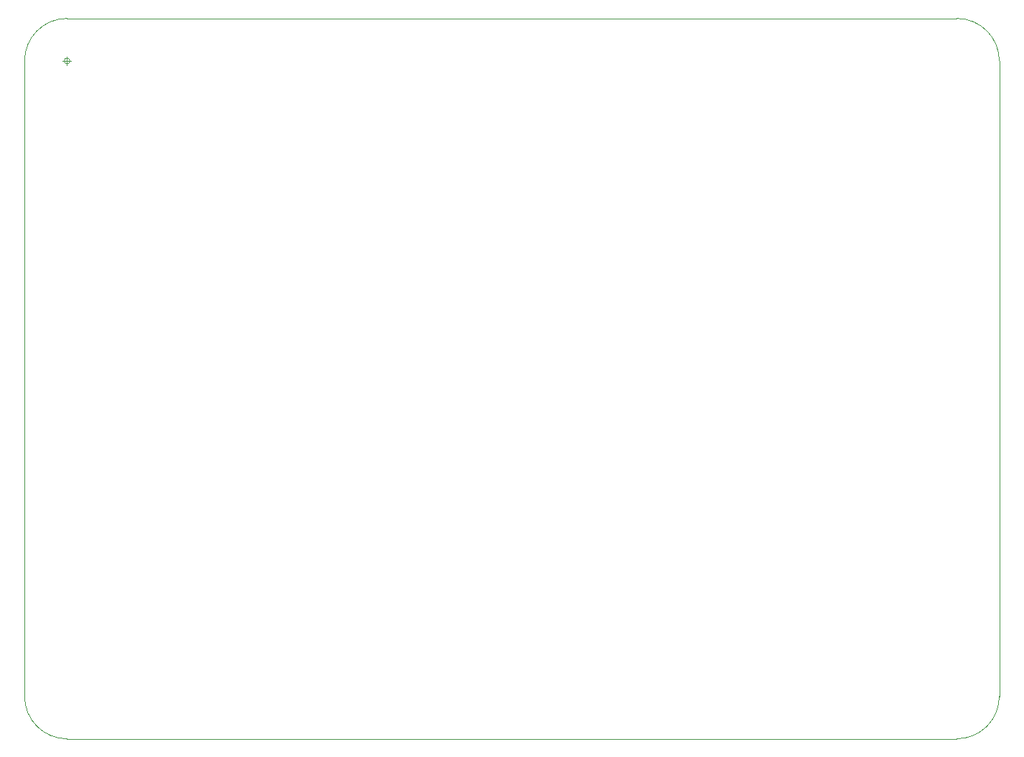
<source format=gbr>
%TF.GenerationSoftware,KiCad,Pcbnew,(6.0.1)*%
%TF.CreationDate,2022-02-11T00:18:45-06:00*%
%TF.ProjectId,IV Curve Tracer,49562043-7572-4766-9520-547261636572,1.2.0*%
%TF.SameCoordinates,Original*%
%TF.FileFunction,Profile,NP*%
%FSLAX46Y46*%
G04 Gerber Fmt 4.6, Leading zero omitted, Abs format (unit mm)*
G04 Created by KiCad (PCBNEW (6.0.1)) date 2022-02-11 00:18:45*
%MOMM*%
%LPD*%
G01*
G04 APERTURE LIST*
%TA.AperFunction,Profile*%
%ADD10C,0.050000*%
%TD*%
G04 APERTURE END LIST*
D10*
X143629989Y-29327654D02*
G75*
G03*
X138629989Y-24327654I-5000000J0D01*
G01*
X33629989Y-109327654D02*
X138629989Y-109327654D01*
X33629989Y-24327654D02*
G75*
G03*
X28629989Y-29327654I0J-5000000D01*
G01*
X33629989Y-24327654D02*
X138629989Y-24327654D01*
X28629989Y-104327654D02*
G75*
G03*
X33629989Y-109327654I5000000J0D01*
G01*
X28629989Y-29327654D02*
X28629989Y-104327654D01*
X143629989Y-29327654D02*
X143629989Y-104327654D01*
X138629989Y-109327654D02*
G75*
G03*
X143629989Y-104327654I0J5000000D01*
G01*
X33968322Y-29342654D02*
G75*
G03*
X33968322Y-29342654I-333333J0D01*
G01*
X33134989Y-29342654D02*
X34134989Y-29342654D01*
X33634989Y-28842654D02*
X33634989Y-29842654D01*
M02*

</source>
